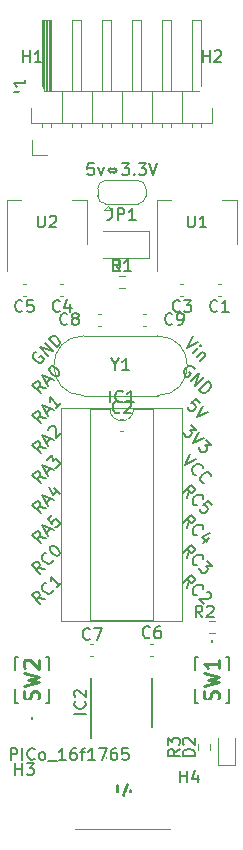
<source format=gto>
G04 #@! TF.GenerationSoftware,KiCad,Pcbnew,(5.1.9)-1*
G04 #@! TF.CreationDate,2023-06-14T07:45:37+09:00*
G04 #@! TF.ProjectId,PICo-16f1765,5049436f-2d31-4366-9631-3736352e6b69,rev?*
G04 #@! TF.SameCoordinates,Original*
G04 #@! TF.FileFunction,Legend,Top*
G04 #@! TF.FilePolarity,Positive*
%FSLAX46Y46*%
G04 Gerber Fmt 4.6, Leading zero omitted, Abs format (unit mm)*
G04 Created by KiCad (PCBNEW (5.1.9)-1) date 2023-06-14 07:45:37*
%MOMM*%
%LPD*%
G01*
G04 APERTURE LIST*
%ADD10C,0.150000*%
%ADD11C,0.120000*%
%ADD12C,0.200000*%
%ADD13C,0.100000*%
%ADD14C,0.254000*%
%ADD15C,2.200000*%
%ADD16O,1.600000X1.600000*%
%ADD17R,1.600000X1.600000*%
%ADD18C,1.500000*%
%ADD19R,1.500000X2.000000*%
%ADD20R,3.800000X2.000000*%
%ADD21R,1.600000X1.050000*%
%ADD22R,1.000000X1.500000*%
%ADD23R,0.400000X1.350000*%
%ADD24R,1.800000X1.900000*%
%ADD25R,2.100000X1.600000*%
%ADD26R,1.900000X1.900000*%
%ADD27O,1.700000X1.700000*%
%ADD28R,1.700000X1.700000*%
%ADD29R,0.510000X1.100000*%
G04 APERTURE END LIST*
D10*
X9974805Y-9267698D02*
X9941133Y-9166683D01*
X9840118Y-9065668D01*
X9705431Y-8998324D01*
X9570744Y-8998324D01*
X9469729Y-9031996D01*
X9301370Y-9133011D01*
X9200355Y-9234026D01*
X9099339Y-9402385D01*
X9065668Y-9503400D01*
X9065668Y-9638087D01*
X9133011Y-9772774D01*
X9200355Y-9840118D01*
X9335042Y-9907461D01*
X9402385Y-9907461D01*
X9638087Y-9671759D01*
X9503400Y-9537072D01*
X9638087Y-10277851D02*
X10345194Y-9570744D01*
X10042148Y-10681912D01*
X10749255Y-9974805D01*
X10378866Y-11018629D02*
X11085973Y-10311522D01*
X11254331Y-10479881D01*
X11321675Y-10614568D01*
X11321675Y-10749255D01*
X11288003Y-10850270D01*
X11186988Y-11018629D01*
X11085973Y-11119644D01*
X10917614Y-11220660D01*
X10816599Y-11254331D01*
X10681912Y-11254331D01*
X10547225Y-11186988D01*
X10378866Y-11018629D01*
X9823282Y-6508832D02*
X9351877Y-7451641D01*
X10294687Y-6980236D01*
X9823282Y-7923045D02*
X10294687Y-7451641D01*
X10530389Y-7215938D02*
X10463045Y-7215938D01*
X10463045Y-7283282D01*
X10530389Y-7283282D01*
X10530389Y-7215938D01*
X10463045Y-7283282D01*
X10631404Y-7788358D02*
X10160000Y-8259763D01*
X10564061Y-7855702D02*
X10631404Y-7855702D01*
X10732419Y-7889374D01*
X10833435Y-7990389D01*
X10867106Y-8091404D01*
X10833435Y-8192419D01*
X10463045Y-8562809D01*
X10412538Y-12178087D02*
X10075820Y-11841370D01*
X9705431Y-12144416D01*
X9772774Y-12144416D01*
X9873790Y-12178087D01*
X10042148Y-12346446D01*
X10075820Y-12447461D01*
X10075820Y-12514805D01*
X10042148Y-12615820D01*
X9873790Y-12784179D01*
X9772774Y-12817851D01*
X9705431Y-12817851D01*
X9604416Y-12784179D01*
X9436057Y-12615820D01*
X9402385Y-12514805D01*
X9402385Y-12447461D01*
X10648240Y-12413790D02*
X10176835Y-13356599D01*
X11119644Y-12885194D01*
X9671759Y-13977309D02*
X10109492Y-14415042D01*
X9604416Y-14448713D01*
X9705431Y-14549729D01*
X9739103Y-14650744D01*
X9739103Y-14718087D01*
X9705431Y-14819103D01*
X9537072Y-14987461D01*
X9436057Y-15021133D01*
X9368713Y-15021133D01*
X9267698Y-14987461D01*
X9065668Y-14785431D01*
X9031996Y-14684416D01*
X9031996Y-14617072D01*
X10311522Y-14617072D02*
X9840118Y-15559881D01*
X10782927Y-15088477D01*
X10951286Y-15256835D02*
X11389018Y-15694568D01*
X10883942Y-15728240D01*
X10984957Y-15829255D01*
X11018629Y-15930270D01*
X11018629Y-15997614D01*
X10984957Y-16098629D01*
X10816599Y-16266988D01*
X10715583Y-16300660D01*
X10648240Y-16300660D01*
X10547225Y-16266988D01*
X10345194Y-16064957D01*
X10311522Y-15963942D01*
X10311522Y-15896599D01*
X9604416Y-16449965D02*
X9133011Y-17392774D01*
X10075820Y-16921370D01*
X10075820Y-18200896D02*
X10008477Y-18200896D01*
X9873790Y-18133553D01*
X9806446Y-18066209D01*
X9739103Y-17931522D01*
X9739103Y-17796835D01*
X9772774Y-17695820D01*
X9873790Y-17527461D01*
X9974805Y-17426446D01*
X10143164Y-17325431D01*
X10244179Y-17291759D01*
X10378866Y-17291759D01*
X10513553Y-17359103D01*
X10580896Y-17426446D01*
X10648240Y-17561133D01*
X10648240Y-17628477D01*
X10782927Y-18908003D02*
X10715583Y-18908003D01*
X10580896Y-18840660D01*
X10513553Y-18773316D01*
X10446209Y-18638629D01*
X10446209Y-18503942D01*
X10479881Y-18402927D01*
X10580896Y-18234568D01*
X10681912Y-18133553D01*
X10850270Y-18032538D01*
X10951286Y-17998866D01*
X11085973Y-17998866D01*
X11220660Y-18066209D01*
X11288003Y-18133553D01*
X11355347Y-18268240D01*
X11355347Y-18335583D01*
X9368713Y-20168477D02*
X9469729Y-19596057D01*
X8964652Y-19764416D02*
X9671759Y-19057309D01*
X9941133Y-19326683D01*
X9974805Y-19427698D01*
X9974805Y-19495042D01*
X9941133Y-19596057D01*
X9840118Y-19697072D01*
X9739103Y-19730744D01*
X9671759Y-19730744D01*
X9570744Y-19697072D01*
X9301370Y-19427698D01*
X10143164Y-20808240D02*
X10075820Y-20808240D01*
X9941133Y-20740896D01*
X9873790Y-20673553D01*
X9806446Y-20538866D01*
X9806446Y-20404179D01*
X9840118Y-20303164D01*
X9941133Y-20134805D01*
X10042148Y-20033790D01*
X10210507Y-19932774D01*
X10311522Y-19899103D01*
X10446209Y-19899103D01*
X10580896Y-19966446D01*
X10648240Y-20033790D01*
X10715583Y-20168477D01*
X10715583Y-20235820D01*
X11422690Y-20808240D02*
X11085973Y-20471522D01*
X10715583Y-20774568D01*
X10782927Y-20774568D01*
X10883942Y-20808240D01*
X11052301Y-20976599D01*
X11085973Y-21077614D01*
X11085973Y-21144957D01*
X11052301Y-21245973D01*
X10883942Y-21414331D01*
X10782927Y-21448003D01*
X10715583Y-21448003D01*
X10614568Y-21414331D01*
X10446209Y-21245973D01*
X10412538Y-21144957D01*
X10412538Y-21077614D01*
X9368713Y-22708477D02*
X9469729Y-22136057D01*
X8964652Y-22304416D02*
X9671759Y-21597309D01*
X9941133Y-21866683D01*
X9974805Y-21967698D01*
X9974805Y-22035042D01*
X9941133Y-22136057D01*
X9840118Y-22237072D01*
X9739103Y-22270744D01*
X9671759Y-22270744D01*
X9570744Y-22237072D01*
X9301370Y-21967698D01*
X10143164Y-23348240D02*
X10075820Y-23348240D01*
X9941133Y-23280896D01*
X9873790Y-23213553D01*
X9806446Y-23078866D01*
X9806446Y-22944179D01*
X9840118Y-22843164D01*
X9941133Y-22674805D01*
X10042148Y-22573790D01*
X10210507Y-22472774D01*
X10311522Y-22439103D01*
X10446209Y-22439103D01*
X10580896Y-22506446D01*
X10648240Y-22573790D01*
X10715583Y-22708477D01*
X10715583Y-22775820D01*
X11153316Y-23550270D02*
X10681912Y-24021675D01*
X11254331Y-23112538D02*
X10580896Y-23449255D01*
X11018629Y-23886988D01*
X9368713Y-25248477D02*
X9469729Y-24676057D01*
X8964652Y-24844416D02*
X9671759Y-24137309D01*
X9941133Y-24406683D01*
X9974805Y-24507698D01*
X9974805Y-24575042D01*
X9941133Y-24676057D01*
X9840118Y-24777072D01*
X9739103Y-24810744D01*
X9671759Y-24810744D01*
X9570744Y-24777072D01*
X9301370Y-24507698D01*
X10143164Y-25888240D02*
X10075820Y-25888240D01*
X9941133Y-25820896D01*
X9873790Y-25753553D01*
X9806446Y-25618866D01*
X9806446Y-25484179D01*
X9840118Y-25383164D01*
X9941133Y-25214805D01*
X10042148Y-25113790D01*
X10210507Y-25012774D01*
X10311522Y-24979103D01*
X10446209Y-24979103D01*
X10580896Y-25046446D01*
X10648240Y-25113790D01*
X10715583Y-25248477D01*
X10715583Y-25315820D01*
X11018629Y-25484179D02*
X11456362Y-25921912D01*
X10951286Y-25955583D01*
X11052301Y-26056599D01*
X11085973Y-26157614D01*
X11085973Y-26224957D01*
X11052301Y-26325973D01*
X10883942Y-26494331D01*
X10782927Y-26528003D01*
X10715583Y-26528003D01*
X10614568Y-26494331D01*
X10412538Y-26292301D01*
X10378866Y-26191286D01*
X10378866Y-26123942D01*
X9368713Y-27788477D02*
X9469729Y-27216057D01*
X8964652Y-27384416D02*
X9671759Y-26677309D01*
X9941133Y-26946683D01*
X9974805Y-27047698D01*
X9974805Y-27115042D01*
X9941133Y-27216057D01*
X9840118Y-27317072D01*
X9739103Y-27350744D01*
X9671759Y-27350744D01*
X9570744Y-27317072D01*
X9301370Y-27047698D01*
X10143164Y-28428240D02*
X10075820Y-28428240D01*
X9941133Y-28360896D01*
X9873790Y-28293553D01*
X9806446Y-28158866D01*
X9806446Y-28024179D01*
X9840118Y-27923164D01*
X9941133Y-27754805D01*
X10042148Y-27653790D01*
X10210507Y-27552774D01*
X10311522Y-27519103D01*
X10446209Y-27519103D01*
X10580896Y-27586446D01*
X10648240Y-27653790D01*
X10715583Y-27788477D01*
X10715583Y-27855820D01*
X10984957Y-28125194D02*
X11052301Y-28125194D01*
X11153316Y-28158866D01*
X11321675Y-28327225D01*
X11355347Y-28428240D01*
X11355347Y-28495583D01*
X11321675Y-28596599D01*
X11254331Y-28663942D01*
X11119644Y-28731286D01*
X10311522Y-28731286D01*
X10749255Y-29169018D01*
X-2641015Y-21060778D02*
X-3213435Y-20959763D01*
X-3045076Y-21464839D02*
X-3752183Y-20757732D01*
X-3482809Y-20488358D01*
X-3381793Y-20454687D01*
X-3314450Y-20454687D01*
X-3213435Y-20488358D01*
X-3112419Y-20589374D01*
X-3078748Y-20690389D01*
X-3078748Y-20757732D01*
X-3112419Y-20858748D01*
X-3381793Y-21128122D01*
X-2573671Y-20589374D02*
X-2236954Y-20252656D01*
X-2438984Y-20858748D02*
X-2910389Y-19915938D01*
X-1967580Y-20387343D01*
X-1900236Y-19377190D02*
X-1428832Y-19848595D01*
X-2337969Y-19276175D02*
X-2001251Y-19949610D01*
X-1563519Y-19511877D01*
X-2641015Y-18520778D02*
X-3213435Y-18419763D01*
X-3045076Y-18924839D02*
X-3752183Y-18217732D01*
X-3482809Y-17948358D01*
X-3381793Y-17914687D01*
X-3314450Y-17914687D01*
X-3213435Y-17948358D01*
X-3112419Y-18049374D01*
X-3078748Y-18150389D01*
X-3078748Y-18217732D01*
X-3112419Y-18318748D01*
X-3381793Y-18588122D01*
X-2573671Y-18049374D02*
X-2236954Y-17712656D01*
X-2438984Y-18318748D02*
X-2910389Y-17375938D01*
X-1967580Y-17847343D01*
X-2506328Y-16971877D02*
X-2068595Y-16534145D01*
X-2034923Y-17039221D01*
X-1933908Y-16938206D01*
X-1832893Y-16904534D01*
X-1765549Y-16904534D01*
X-1664534Y-16938206D01*
X-1496175Y-17106564D01*
X-1462503Y-17207580D01*
X-1462503Y-17274923D01*
X-1496175Y-17375938D01*
X-1698206Y-17577969D01*
X-1799221Y-17611641D01*
X-1866564Y-17611641D01*
X-2641015Y-15980778D02*
X-3213435Y-15879763D01*
X-3045076Y-16384839D02*
X-3752183Y-15677732D01*
X-3482809Y-15408358D01*
X-3381793Y-15374687D01*
X-3314450Y-15374687D01*
X-3213435Y-15408358D01*
X-3112419Y-15509374D01*
X-3078748Y-15610389D01*
X-3078748Y-15677732D01*
X-3112419Y-15778748D01*
X-3381793Y-16048122D01*
X-2573671Y-15509374D02*
X-2236954Y-15172656D01*
X-2438984Y-15778748D02*
X-2910389Y-14835938D01*
X-1967580Y-15307343D01*
X-2405312Y-14465549D02*
X-2405312Y-14398206D01*
X-2371641Y-14297190D01*
X-2203282Y-14128832D01*
X-2102267Y-14095160D01*
X-2034923Y-14095160D01*
X-1933908Y-14128832D01*
X-1866564Y-14196175D01*
X-1799221Y-14330862D01*
X-1799221Y-15138984D01*
X-1361488Y-14701251D01*
X-2641015Y-13440778D02*
X-3213435Y-13339763D01*
X-3045076Y-13844839D02*
X-3752183Y-13137732D01*
X-3482809Y-12868358D01*
X-3381793Y-12834687D01*
X-3314450Y-12834687D01*
X-3213435Y-12868358D01*
X-3112419Y-12969374D01*
X-3078748Y-13070389D01*
X-3078748Y-13137732D01*
X-3112419Y-13238748D01*
X-3381793Y-13508122D01*
X-2573671Y-12969374D02*
X-2236954Y-12632656D01*
X-2438984Y-13238748D02*
X-2910389Y-12295938D01*
X-1967580Y-12767343D01*
X-1361488Y-12161251D02*
X-1765549Y-12565312D01*
X-1563519Y-12363282D02*
X-2270625Y-11656175D01*
X-2236954Y-11824534D01*
X-2236954Y-11959221D01*
X-2270625Y-12060236D01*
X-2691522Y-28731286D02*
X-3263942Y-28630270D01*
X-3095583Y-29135347D02*
X-3802690Y-28428240D01*
X-3533316Y-28158866D01*
X-3432301Y-28125194D01*
X-3364957Y-28125194D01*
X-3263942Y-28158866D01*
X-3162927Y-28259881D01*
X-3129255Y-28360896D01*
X-3129255Y-28428240D01*
X-3162927Y-28529255D01*
X-3432301Y-28798629D01*
X-2051759Y-27956835D02*
X-2051759Y-28024179D01*
X-2119103Y-28158866D01*
X-2186446Y-28226209D01*
X-2321133Y-28293553D01*
X-2455820Y-28293553D01*
X-2556835Y-28259881D01*
X-2725194Y-28158866D01*
X-2826209Y-28057851D01*
X-2927225Y-27889492D01*
X-2960896Y-27788477D01*
X-2960896Y-27653790D01*
X-2893553Y-27519103D01*
X-2826209Y-27451759D01*
X-2691522Y-27384416D01*
X-2624179Y-27384416D01*
X-1310981Y-27350744D02*
X-1715042Y-27754805D01*
X-1513011Y-27552774D02*
X-2220118Y-26845668D01*
X-2186446Y-27014026D01*
X-2186446Y-27148713D01*
X-2220118Y-27249729D01*
X-2691522Y-26191286D02*
X-3263942Y-26090270D01*
X-3095583Y-26595347D02*
X-3802690Y-25888240D01*
X-3533316Y-25618866D01*
X-3432301Y-25585194D01*
X-3364957Y-25585194D01*
X-3263942Y-25618866D01*
X-3162927Y-25719881D01*
X-3129255Y-25820896D01*
X-3129255Y-25888240D01*
X-3162927Y-25989255D01*
X-3432301Y-26258629D01*
X-2051759Y-25416835D02*
X-2051759Y-25484179D01*
X-2119103Y-25618866D01*
X-2186446Y-25686209D01*
X-2321133Y-25753553D01*
X-2455820Y-25753553D01*
X-2556835Y-25719881D01*
X-2725194Y-25618866D01*
X-2826209Y-25517851D01*
X-2927225Y-25349492D01*
X-2960896Y-25248477D01*
X-2960896Y-25113790D01*
X-2893553Y-24979103D01*
X-2826209Y-24911759D01*
X-2691522Y-24844416D01*
X-2624179Y-24844416D01*
X-2253790Y-24339339D02*
X-2186446Y-24271996D01*
X-2085431Y-24238324D01*
X-2018087Y-24238324D01*
X-1917072Y-24271996D01*
X-1748713Y-24373011D01*
X-1580355Y-24541370D01*
X-1479339Y-24709729D01*
X-1445668Y-24810744D01*
X-1445668Y-24878087D01*
X-1479339Y-24979103D01*
X-1546683Y-25046446D01*
X-1647698Y-25080118D01*
X-1715042Y-25080118D01*
X-1816057Y-25046446D01*
X-1984416Y-24945431D01*
X-2152774Y-24777072D01*
X-2253790Y-24608713D01*
X-2287461Y-24507698D01*
X-2287461Y-24440355D01*
X-2253790Y-24339339D01*
X-2641015Y-23600778D02*
X-3213435Y-23499763D01*
X-3045076Y-24004839D02*
X-3752183Y-23297732D01*
X-3482809Y-23028358D01*
X-3381793Y-22994687D01*
X-3314450Y-22994687D01*
X-3213435Y-23028358D01*
X-3112419Y-23129374D01*
X-3078748Y-23230389D01*
X-3078748Y-23297732D01*
X-3112419Y-23398748D01*
X-3381793Y-23668122D01*
X-2573671Y-23129374D02*
X-2236954Y-22792656D01*
X-2438984Y-23398748D02*
X-2910389Y-22455938D01*
X-1967580Y-22927343D01*
X-2102267Y-21647816D02*
X-2438984Y-21984534D01*
X-2135938Y-22354923D01*
X-2135938Y-22287580D01*
X-2102267Y-22186564D01*
X-1933908Y-22018206D01*
X-1832893Y-21984534D01*
X-1765549Y-21984534D01*
X-1664534Y-22018206D01*
X-1496175Y-22186564D01*
X-1462503Y-22287580D01*
X-1462503Y-22354923D01*
X-1496175Y-22455938D01*
X-1664534Y-22624297D01*
X-1765549Y-22657969D01*
X-1832893Y-22657969D01*
X-2641015Y-10900778D02*
X-3213435Y-10799763D01*
X-3045076Y-11304839D02*
X-3752183Y-10597732D01*
X-3482809Y-10328358D01*
X-3381793Y-10294687D01*
X-3314450Y-10294687D01*
X-3213435Y-10328358D01*
X-3112419Y-10429374D01*
X-3078748Y-10530389D01*
X-3078748Y-10597732D01*
X-3112419Y-10698748D01*
X-3381793Y-10968122D01*
X-2573671Y-10429374D02*
X-2236954Y-10092656D01*
X-2438984Y-10698748D02*
X-2910389Y-9755938D01*
X-1967580Y-10227343D01*
X-2304297Y-9149847D02*
X-2236954Y-9082503D01*
X-2135938Y-9048832D01*
X-2068595Y-9048832D01*
X-1967580Y-9082503D01*
X-1799221Y-9183519D01*
X-1630862Y-9351877D01*
X-1529847Y-9520236D01*
X-1496175Y-9621251D01*
X-1496175Y-9688595D01*
X-1529847Y-9789610D01*
X-1597190Y-9856954D01*
X-1698206Y-9890625D01*
X-1765549Y-9890625D01*
X-1866564Y-9856954D01*
X-2034923Y-9755938D01*
X-2203282Y-9587580D01*
X-2304297Y-9419221D01*
X-2337969Y-9318206D01*
X-2337969Y-9250862D01*
X-2304297Y-9149847D01*
X-3432301Y-7805194D02*
X-3533316Y-7838866D01*
X-3634331Y-7939881D01*
X-3701675Y-8074568D01*
X-3701675Y-8209255D01*
X-3668003Y-8310270D01*
X-3566988Y-8478629D01*
X-3465973Y-8579644D01*
X-3297614Y-8680660D01*
X-3196599Y-8714331D01*
X-3061912Y-8714331D01*
X-2927225Y-8646988D01*
X-2859881Y-8579644D01*
X-2792538Y-8444957D01*
X-2792538Y-8377614D01*
X-3028240Y-8141912D01*
X-3162927Y-8276599D01*
X-2422148Y-8141912D02*
X-3129255Y-7434805D01*
X-2018087Y-7737851D01*
X-2725194Y-7030744D01*
X-1681370Y-7401133D02*
X-2388477Y-6694026D01*
X-2220118Y-6525668D01*
X-2085431Y-6458324D01*
X-1950744Y-6458324D01*
X-1849729Y-6491996D01*
X-1681370Y-6593011D01*
X-1580355Y-6694026D01*
X-1479339Y-6862385D01*
X-1445668Y-6963400D01*
X-1445668Y-7098087D01*
X-1513011Y-7232774D01*
X-1681370Y-7401133D01*
X-5611190Y-42362380D02*
X-5611190Y-41362380D01*
X-5230238Y-41362380D01*
X-5135000Y-41410000D01*
X-5087380Y-41457619D01*
X-5039761Y-41552857D01*
X-5039761Y-41695714D01*
X-5087380Y-41790952D01*
X-5135000Y-41838571D01*
X-5230238Y-41886190D01*
X-5611190Y-41886190D01*
X-4611190Y-42362380D02*
X-4611190Y-41362380D01*
X-3563571Y-42267142D02*
X-3611190Y-42314761D01*
X-3754047Y-42362380D01*
X-3849285Y-42362380D01*
X-3992142Y-42314761D01*
X-4087380Y-42219523D01*
X-4135000Y-42124285D01*
X-4182619Y-41933809D01*
X-4182619Y-41790952D01*
X-4135000Y-41600476D01*
X-4087380Y-41505238D01*
X-3992142Y-41410000D01*
X-3849285Y-41362380D01*
X-3754047Y-41362380D01*
X-3611190Y-41410000D01*
X-3563571Y-41457619D01*
X-2992142Y-42362380D02*
X-3087380Y-42314761D01*
X-3135000Y-42267142D01*
X-3182619Y-42171904D01*
X-3182619Y-41886190D01*
X-3135000Y-41790952D01*
X-3087380Y-41743333D01*
X-2992142Y-41695714D01*
X-2849285Y-41695714D01*
X-2754047Y-41743333D01*
X-2706428Y-41790952D01*
X-2658809Y-41886190D01*
X-2658809Y-42171904D01*
X-2706428Y-42267142D01*
X-2754047Y-42314761D01*
X-2849285Y-42362380D01*
X-2992142Y-42362380D01*
X-2468333Y-42457619D02*
X-1706428Y-42457619D01*
X-944523Y-42362380D02*
X-1515952Y-42362380D01*
X-1230238Y-42362380D02*
X-1230238Y-41362380D01*
X-1325476Y-41505238D01*
X-1420714Y-41600476D01*
X-1515952Y-41648095D01*
X-87380Y-41362380D02*
X-277857Y-41362380D01*
X-373095Y-41410000D01*
X-420714Y-41457619D01*
X-515952Y-41600476D01*
X-563571Y-41790952D01*
X-563571Y-42171904D01*
X-515952Y-42267142D01*
X-468333Y-42314761D01*
X-373095Y-42362380D01*
X-182619Y-42362380D01*
X-87380Y-42314761D01*
X-39761Y-42267142D01*
X7857Y-42171904D01*
X7857Y-41933809D01*
X-39761Y-41838571D01*
X-87380Y-41790952D01*
X-182619Y-41743333D01*
X-373095Y-41743333D01*
X-468333Y-41790952D01*
X-515952Y-41838571D01*
X-563571Y-41933809D01*
X293571Y-41695714D02*
X674523Y-41695714D01*
X436428Y-42362380D02*
X436428Y-41505238D01*
X484047Y-41410000D01*
X579285Y-41362380D01*
X674523Y-41362380D01*
X1531666Y-42362380D02*
X960238Y-42362380D01*
X1245952Y-42362380D02*
X1245952Y-41362380D01*
X1150714Y-41505238D01*
X1055476Y-41600476D01*
X960238Y-41648095D01*
X1865000Y-41362380D02*
X2531666Y-41362380D01*
X2103095Y-42362380D01*
X3341190Y-41362380D02*
X3150714Y-41362380D01*
X3055476Y-41410000D01*
X3007857Y-41457619D01*
X2912619Y-41600476D01*
X2865000Y-41790952D01*
X2865000Y-42171904D01*
X2912619Y-42267142D01*
X2960238Y-42314761D01*
X3055476Y-42362380D01*
X3245952Y-42362380D01*
X3341190Y-42314761D01*
X3388809Y-42267142D01*
X3436428Y-42171904D01*
X3436428Y-41933809D01*
X3388809Y-41838571D01*
X3341190Y-41790952D01*
X3245952Y-41743333D01*
X3055476Y-41743333D01*
X2960238Y-41790952D01*
X2912619Y-41838571D01*
X2865000Y-41933809D01*
X4341190Y-41362380D02*
X3865000Y-41362380D01*
X3817380Y-41838571D01*
X3865000Y-41790952D01*
X3960238Y-41743333D01*
X4198333Y-41743333D01*
X4293571Y-41790952D01*
X4341190Y-41838571D01*
X4388809Y-41933809D01*
X4388809Y-42171904D01*
X4341190Y-42267142D01*
X4293571Y-42314761D01*
X4198333Y-42362380D01*
X3960238Y-42362380D01*
X3865000Y-42314761D01*
X3817380Y-42267142D01*
X1429047Y8167619D02*
X952857Y8167619D01*
X905238Y7691428D01*
X952857Y7739047D01*
X1048095Y7786666D01*
X1286190Y7786666D01*
X1381428Y7739047D01*
X1429047Y7691428D01*
X1476666Y7596190D01*
X1476666Y7358095D01*
X1429047Y7262857D01*
X1381428Y7215238D01*
X1286190Y7167619D01*
X1048095Y7167619D01*
X952857Y7215238D01*
X905238Y7262857D01*
X1810000Y7834285D02*
X2048095Y7167619D01*
X2286190Y7834285D01*
X2810000Y7405714D02*
X3286190Y7405714D01*
X2810000Y7691428D02*
X3286190Y7691428D01*
X2905238Y7310476D02*
X2667142Y7548571D01*
X2905238Y7786666D01*
X3190952Y7786666D02*
X3429047Y7548571D01*
X3190952Y7310476D01*
X3810000Y8167619D02*
X4429047Y8167619D01*
X4095714Y7786666D01*
X4238571Y7786666D01*
X4333809Y7739047D01*
X4381428Y7691428D01*
X4429047Y7596190D01*
X4429047Y7358095D01*
X4381428Y7262857D01*
X4333809Y7215238D01*
X4238571Y7167619D01*
X3952857Y7167619D01*
X3857619Y7215238D01*
X3810000Y7262857D01*
X4857619Y7262857D02*
X4905238Y7215238D01*
X4857619Y7167619D01*
X4810000Y7215238D01*
X4857619Y7262857D01*
X4857619Y7167619D01*
X5238571Y8167619D02*
X5857619Y8167619D01*
X5524285Y7786666D01*
X5667142Y7786666D01*
X5762380Y7739047D01*
X5810000Y7691428D01*
X5857619Y7596190D01*
X5857619Y7358095D01*
X5810000Y7262857D01*
X5762380Y7215238D01*
X5667142Y7167619D01*
X5381428Y7167619D01*
X5286190Y7215238D01*
X5238571Y7262857D01*
X6143333Y8167619D02*
X6476666Y7167619D01*
X6810000Y8167619D01*
D11*
X1410580Y-32510000D02*
X1129420Y-32510000D01*
X1410580Y-33530000D02*
X1129420Y-33530000D01*
X6209420Y-33530000D02*
X6490580Y-33530000D01*
X6209420Y-32510000D02*
X6490580Y-32510000D01*
X-4304420Y-2030000D02*
X-4585580Y-2030000D01*
X-4304420Y-3050000D02*
X-4585580Y-3050000D01*
X-1129420Y-2030000D02*
X-1410580Y-2030000D01*
X-1129420Y-3050000D02*
X-1410580Y-3050000D01*
X9030580Y-2030000D02*
X8749420Y-2030000D01*
X9030580Y-3050000D02*
X8749420Y-3050000D01*
X3669420Y-14480000D02*
X3950580Y-14480000D01*
X3669420Y-13460000D02*
X3950580Y-13460000D01*
X12205580Y-2030000D02*
X11924420Y-2030000D01*
X12205580Y-3050000D02*
X11924420Y-3050000D01*
X11317500Y-41512258D02*
X11317500Y-41037742D01*
X10272500Y-41512258D02*
X10272500Y-41037742D01*
X11667258Y-30592500D02*
X11192742Y-30592500D01*
X11667258Y-31637500D02*
X11192742Y-31637500D01*
X3572742Y-2427500D02*
X4047258Y-2427500D01*
X3572742Y-1382500D02*
X4047258Y-1382500D01*
X2810000Y-12640000D02*
X1160000Y-12640000D01*
X1160000Y-12640000D02*
X1160000Y-30540000D01*
X1160000Y-30540000D02*
X6460000Y-30540000D01*
X6460000Y-30540000D02*
X6460000Y-12640000D01*
X6460000Y-12640000D02*
X4810000Y-12640000D01*
X-1330000Y-12580000D02*
X-1330000Y-30600000D01*
X-1330000Y-30600000D02*
X8950000Y-30600000D01*
X8950000Y-30600000D02*
X8950000Y-12580000D01*
X8950000Y-12580000D02*
X-1330000Y-12580000D01*
X4810000Y-12640000D02*
G75*
G02*
X2810000Y-12640000I-1000000J0D01*
G01*
X585000Y-6455000D02*
X6835000Y-6455000D01*
X585000Y-11505000D02*
X6835000Y-11505000D01*
X6835000Y-11505000D02*
G75*
G03*
X6835000Y-6455000I0J2525000D01*
G01*
X585000Y-11505000D02*
G75*
G02*
X585000Y-6455000I0J2525000D01*
G01*
X870000Y5085000D02*
X-390000Y5085000D01*
X-5950000Y5085000D02*
X-4690000Y5085000D01*
X870000Y1325000D02*
X870000Y5085000D01*
X-5950000Y-925000D02*
X-5950000Y5085000D01*
X13570000Y5085000D02*
X12310000Y5085000D01*
X6750000Y5085000D02*
X8010000Y5085000D01*
X13570000Y1325000D02*
X13570000Y5085000D01*
X6750000Y-925000D02*
X6750000Y5085000D01*
D12*
X-5010000Y-37510000D02*
X-5260000Y-37510000D01*
X-5260000Y-37510000D02*
X-5260000Y-36360000D01*
X-5260000Y-34760000D02*
X-5260000Y-33610000D01*
X-5260000Y-33610000D02*
X-5010000Y-33610000D01*
X-2610000Y-33610000D02*
X-2360000Y-33610000D01*
X-2360000Y-33610000D02*
X-2360000Y-34760000D01*
X-2610000Y-37510000D02*
X-2360000Y-37510000D01*
X-2360000Y-37510000D02*
X-2360000Y-36360000D01*
X-3810000Y-38860000D02*
X-3810000Y-38860000D01*
X-3810000Y-38760000D02*
X-3810000Y-38760000D01*
X-3810000Y-38860000D02*
X-3810000Y-38860000D01*
X-3810000Y-38760000D02*
G75*
G02*
X-3810000Y-38860000I0J-50000D01*
G01*
X-3810000Y-38860000D02*
G75*
G02*
X-3810000Y-38760000I0J50000D01*
G01*
X-3810000Y-38760000D02*
G75*
G02*
X-3810000Y-38860000I0J-50000D01*
G01*
X12630000Y-33610000D02*
X12880000Y-33610000D01*
X12880000Y-33610000D02*
X12880000Y-34760000D01*
X12880000Y-36360000D02*
X12880000Y-37510000D01*
X12880000Y-37510000D02*
X12630000Y-37510000D01*
X10230000Y-37510000D02*
X9980000Y-37510000D01*
X9980000Y-37510000D02*
X9980000Y-36360000D01*
X10230000Y-33610000D02*
X9980000Y-33610000D01*
X9980000Y-33610000D02*
X9980000Y-34760000D01*
X11430000Y-32260000D02*
X11430000Y-32260000D01*
X11430000Y-32360000D02*
X11430000Y-32360000D01*
X11430000Y-32260000D02*
X11430000Y-32260000D01*
X11430000Y-32360000D02*
G75*
G02*
X11430000Y-32260000I0J50000D01*
G01*
X11430000Y-32260000D02*
G75*
G02*
X11430000Y-32360000I0J-50000D01*
G01*
X11430000Y-32360000D02*
G75*
G02*
X11430000Y-32260000I0J50000D01*
G01*
D11*
X2610000Y4515000D02*
X2910000Y4215000D01*
X2310000Y4215000D02*
X2910000Y4215000D01*
X2610000Y4515000D02*
X2310000Y4215000D01*
X1760000Y5415000D02*
X1760000Y6015000D01*
X5210000Y4715000D02*
X2410000Y4715000D01*
X5860000Y6015000D02*
X5860000Y5415000D01*
X2410000Y6715000D02*
X5210000Y6715000D01*
X1760000Y6015000D02*
G75*
G02*
X2460000Y6715000I700000J0D01*
G01*
X2460000Y4715000D02*
G75*
G02*
X1760000Y5415000I0J700000D01*
G01*
X5860000Y5415000D02*
G75*
G02*
X5160000Y4715000I-700000J0D01*
G01*
X5160000Y6715000D02*
G75*
G02*
X5860000Y6015000I0J-700000D01*
G01*
D13*
X2510000Y-42220000D02*
X2510000Y-42220000D01*
X2510000Y-42120000D02*
X2510000Y-42120000D01*
X-190000Y-48220000D02*
X7860000Y-48220000D01*
X2510000Y-42120000D02*
G75*
G02*
X2510000Y-42220000I0J-50000D01*
G01*
X2510000Y-42220000D02*
G75*
G02*
X2510000Y-42120000I0J50000D01*
G01*
D11*
X-3870000Y11600000D02*
X11490000Y11600000D01*
X11490000Y11600000D02*
X11490000Y14260000D01*
X11490000Y14260000D02*
X-3870000Y14260000D01*
X-3870000Y14260000D02*
X-3870000Y11600000D01*
X-2920000Y14260000D02*
X-2920000Y20260000D01*
X-2920000Y20260000D02*
X-2160000Y20260000D01*
X-2160000Y20260000D02*
X-2160000Y14260000D01*
X-2860000Y14260000D02*
X-2860000Y20260000D01*
X-2740000Y14260000D02*
X-2740000Y20260000D01*
X-2620000Y14260000D02*
X-2620000Y20260000D01*
X-2500000Y14260000D02*
X-2500000Y20260000D01*
X-2380000Y14260000D02*
X-2380000Y20260000D01*
X-2260000Y14260000D02*
X-2260000Y20260000D01*
X-2920000Y11270000D02*
X-2920000Y11600000D01*
X-2160000Y11270000D02*
X-2160000Y11600000D01*
X-1270000Y11600000D02*
X-1270000Y14260000D01*
X-380000Y14260000D02*
X-380000Y20260000D01*
X-380000Y20260000D02*
X380000Y20260000D01*
X380000Y20260000D02*
X380000Y14260000D01*
X-380000Y11202929D02*
X-380000Y11600000D01*
X380000Y11202929D02*
X380000Y11600000D01*
X1270000Y11600000D02*
X1270000Y14260000D01*
X2160000Y14260000D02*
X2160000Y20260000D01*
X2160000Y20260000D02*
X2920000Y20260000D01*
X2920000Y20260000D02*
X2920000Y14260000D01*
X2160000Y11202929D02*
X2160000Y11600000D01*
X2920000Y11202929D02*
X2920000Y11600000D01*
X3810000Y11600000D02*
X3810000Y14260000D01*
X4700000Y14260000D02*
X4700000Y20260000D01*
X4700000Y20260000D02*
X5460000Y20260000D01*
X5460000Y20260000D02*
X5460000Y14260000D01*
X4700000Y11202929D02*
X4700000Y11600000D01*
X5460000Y11202929D02*
X5460000Y11600000D01*
X6350000Y11600000D02*
X6350000Y14260000D01*
X7240000Y14260000D02*
X7240000Y20260000D01*
X7240000Y20260000D02*
X8000000Y20260000D01*
X8000000Y20260000D02*
X8000000Y14260000D01*
X7240000Y11202929D02*
X7240000Y11600000D01*
X8000000Y11202929D02*
X8000000Y11600000D01*
X8890000Y11600000D02*
X8890000Y14260000D01*
X9780000Y14260000D02*
X9780000Y20260000D01*
X9780000Y20260000D02*
X10540000Y20260000D01*
X10540000Y20260000D02*
X10540000Y14260000D01*
X9780000Y11202929D02*
X9780000Y11600000D01*
X10540000Y11202929D02*
X10540000Y11600000D01*
X-2540000Y8890000D02*
X-3810000Y8890000D01*
X-3810000Y8890000D02*
X-3810000Y10160000D01*
D10*
X1240000Y-40465000D02*
X1240000Y-35395000D01*
X6380000Y-39535000D02*
X6380000Y-35395000D01*
D11*
X11965000Y-40475000D02*
X11965000Y-42760000D01*
X11965000Y-42760000D02*
X13435000Y-42760000D01*
X13435000Y-42760000D02*
X13435000Y-40475000D01*
X2210000Y135000D02*
X6095000Y135000D01*
X6095000Y135000D02*
X6095000Y2405000D01*
X6095000Y2405000D02*
X2210000Y2405000D01*
X5855580Y-5590000D02*
X5574420Y-5590000D01*
X5855580Y-4570000D02*
X5574420Y-4570000D01*
X1764420Y-4570000D02*
X2045580Y-4570000D01*
X1764420Y-5590000D02*
X2045580Y-5590000D01*
D10*
X8763095Y-44267380D02*
X8763095Y-43267380D01*
X8763095Y-43743571D02*
X9334523Y-43743571D01*
X9334523Y-44267380D02*
X9334523Y-43267380D01*
X10239285Y-43600714D02*
X10239285Y-44267380D01*
X10001190Y-43219761D02*
X9763095Y-43934047D01*
X10382142Y-43934047D01*
X-5206904Y-43632380D02*
X-5206904Y-42632380D01*
X-5206904Y-43108571D02*
X-4635476Y-43108571D01*
X-4635476Y-43632380D02*
X-4635476Y-42632380D01*
X-4254523Y-42632380D02*
X-3635476Y-42632380D01*
X-3968809Y-43013333D01*
X-3825952Y-43013333D01*
X-3730714Y-43060952D01*
X-3683095Y-43108571D01*
X-3635476Y-43203809D01*
X-3635476Y-43441904D01*
X-3683095Y-43537142D01*
X-3730714Y-43584761D01*
X-3825952Y-43632380D01*
X-4111666Y-43632380D01*
X-4206904Y-43584761D01*
X-4254523Y-43537142D01*
X10668095Y16717619D02*
X10668095Y17717619D01*
X10668095Y17241428D02*
X11239523Y17241428D01*
X11239523Y16717619D02*
X11239523Y17717619D01*
X11668095Y17622380D02*
X11715714Y17670000D01*
X11810952Y17717619D01*
X12049047Y17717619D01*
X12144285Y17670000D01*
X12191904Y17622380D01*
X12239523Y17527142D01*
X12239523Y17431904D01*
X12191904Y17289047D01*
X11620476Y16717619D01*
X12239523Y16717619D01*
X-4571904Y16717619D02*
X-4571904Y17717619D01*
X-4571904Y17241428D02*
X-4000476Y17241428D01*
X-4000476Y16717619D02*
X-4000476Y17717619D01*
X-3000476Y16717619D02*
X-3571904Y16717619D01*
X-3286190Y16717619D02*
X-3286190Y17717619D01*
X-3381428Y17574761D01*
X-3476666Y17479523D01*
X-3571904Y17431904D01*
X1103333Y-32107142D02*
X1055714Y-32154761D01*
X912857Y-32202380D01*
X817619Y-32202380D01*
X674761Y-32154761D01*
X579523Y-32059523D01*
X531904Y-31964285D01*
X484285Y-31773809D01*
X484285Y-31630952D01*
X531904Y-31440476D01*
X579523Y-31345238D01*
X674761Y-31250000D01*
X817619Y-31202380D01*
X912857Y-31202380D01*
X1055714Y-31250000D01*
X1103333Y-31297619D01*
X1436666Y-31202380D02*
X2103333Y-31202380D01*
X1674761Y-32202380D01*
X6183333Y-31947142D02*
X6135714Y-31994761D01*
X5992857Y-32042380D01*
X5897619Y-32042380D01*
X5754761Y-31994761D01*
X5659523Y-31899523D01*
X5611904Y-31804285D01*
X5564285Y-31613809D01*
X5564285Y-31470952D01*
X5611904Y-31280476D01*
X5659523Y-31185238D01*
X5754761Y-31090000D01*
X5897619Y-31042380D01*
X5992857Y-31042380D01*
X6135714Y-31090000D01*
X6183333Y-31137619D01*
X7040476Y-31042380D02*
X6850000Y-31042380D01*
X6754761Y-31090000D01*
X6707142Y-31137619D01*
X6611904Y-31280476D01*
X6564285Y-31470952D01*
X6564285Y-31851904D01*
X6611904Y-31947142D01*
X6659523Y-31994761D01*
X6754761Y-32042380D01*
X6945238Y-32042380D01*
X7040476Y-31994761D01*
X7088095Y-31947142D01*
X7135714Y-31851904D01*
X7135714Y-31613809D01*
X7088095Y-31518571D01*
X7040476Y-31470952D01*
X6945238Y-31423333D01*
X6754761Y-31423333D01*
X6659523Y-31470952D01*
X6611904Y-31518571D01*
X6564285Y-31613809D01*
X-4611666Y-4327142D02*
X-4659285Y-4374761D01*
X-4802142Y-4422380D01*
X-4897380Y-4422380D01*
X-5040238Y-4374761D01*
X-5135476Y-4279523D01*
X-5183095Y-4184285D01*
X-5230714Y-3993809D01*
X-5230714Y-3850952D01*
X-5183095Y-3660476D01*
X-5135476Y-3565238D01*
X-5040238Y-3470000D01*
X-4897380Y-3422380D01*
X-4802142Y-3422380D01*
X-4659285Y-3470000D01*
X-4611666Y-3517619D01*
X-3706904Y-3422380D02*
X-4183095Y-3422380D01*
X-4230714Y-3898571D01*
X-4183095Y-3850952D01*
X-4087857Y-3803333D01*
X-3849761Y-3803333D01*
X-3754523Y-3850952D01*
X-3706904Y-3898571D01*
X-3659285Y-3993809D01*
X-3659285Y-4231904D01*
X-3706904Y-4327142D01*
X-3754523Y-4374761D01*
X-3849761Y-4422380D01*
X-4087857Y-4422380D01*
X-4183095Y-4374761D01*
X-4230714Y-4327142D01*
X-1436666Y-4327142D02*
X-1484285Y-4374761D01*
X-1627142Y-4422380D01*
X-1722380Y-4422380D01*
X-1865238Y-4374761D01*
X-1960476Y-4279523D01*
X-2008095Y-4184285D01*
X-2055714Y-3993809D01*
X-2055714Y-3850952D01*
X-2008095Y-3660476D01*
X-1960476Y-3565238D01*
X-1865238Y-3470000D01*
X-1722380Y-3422380D01*
X-1627142Y-3422380D01*
X-1484285Y-3470000D01*
X-1436666Y-3517619D01*
X-579523Y-3755714D02*
X-579523Y-4422380D01*
X-817619Y-3374761D02*
X-1055714Y-4089047D01*
X-436666Y-4089047D01*
X8723333Y-4327142D02*
X8675714Y-4374761D01*
X8532857Y-4422380D01*
X8437619Y-4422380D01*
X8294761Y-4374761D01*
X8199523Y-4279523D01*
X8151904Y-4184285D01*
X8104285Y-3993809D01*
X8104285Y-3850952D01*
X8151904Y-3660476D01*
X8199523Y-3565238D01*
X8294761Y-3470000D01*
X8437619Y-3422380D01*
X8532857Y-3422380D01*
X8675714Y-3470000D01*
X8723333Y-3517619D01*
X9056666Y-3422380D02*
X9675714Y-3422380D01*
X9342380Y-3803333D01*
X9485238Y-3803333D01*
X9580476Y-3850952D01*
X9628095Y-3898571D01*
X9675714Y-3993809D01*
X9675714Y-4231904D01*
X9628095Y-4327142D01*
X9580476Y-4374761D01*
X9485238Y-4422380D01*
X9199523Y-4422380D01*
X9104285Y-4374761D01*
X9056666Y-4327142D01*
X3643333Y-12897142D02*
X3595714Y-12944761D01*
X3452857Y-12992380D01*
X3357619Y-12992380D01*
X3214761Y-12944761D01*
X3119523Y-12849523D01*
X3071904Y-12754285D01*
X3024285Y-12563809D01*
X3024285Y-12420952D01*
X3071904Y-12230476D01*
X3119523Y-12135238D01*
X3214761Y-12040000D01*
X3357619Y-11992380D01*
X3452857Y-11992380D01*
X3595714Y-12040000D01*
X3643333Y-12087619D01*
X4024285Y-12087619D02*
X4071904Y-12040000D01*
X4167142Y-11992380D01*
X4405238Y-11992380D01*
X4500476Y-12040000D01*
X4548095Y-12087619D01*
X4595714Y-12182857D01*
X4595714Y-12278095D01*
X4548095Y-12420952D01*
X3976666Y-12992380D01*
X4595714Y-12992380D01*
X11898333Y-4327142D02*
X11850714Y-4374761D01*
X11707857Y-4422380D01*
X11612619Y-4422380D01*
X11469761Y-4374761D01*
X11374523Y-4279523D01*
X11326904Y-4184285D01*
X11279285Y-3993809D01*
X11279285Y-3850952D01*
X11326904Y-3660476D01*
X11374523Y-3565238D01*
X11469761Y-3470000D01*
X11612619Y-3422380D01*
X11707857Y-3422380D01*
X11850714Y-3470000D01*
X11898333Y-3517619D01*
X12850714Y-4422380D02*
X12279285Y-4422380D01*
X12565000Y-4422380D02*
X12565000Y-3422380D01*
X12469761Y-3565238D01*
X12374523Y-3660476D01*
X12279285Y-3708095D01*
X8707380Y-41441666D02*
X8231190Y-41775000D01*
X8707380Y-42013095D02*
X7707380Y-42013095D01*
X7707380Y-41632142D01*
X7755000Y-41536904D01*
X7802619Y-41489285D01*
X7897857Y-41441666D01*
X8040714Y-41441666D01*
X8135952Y-41489285D01*
X8183571Y-41536904D01*
X8231190Y-41632142D01*
X8231190Y-42013095D01*
X7707380Y-41108333D02*
X7707380Y-40489285D01*
X8088333Y-40822619D01*
X8088333Y-40679761D01*
X8135952Y-40584523D01*
X8183571Y-40536904D01*
X8278809Y-40489285D01*
X8516904Y-40489285D01*
X8612142Y-40536904D01*
X8659761Y-40584523D01*
X8707380Y-40679761D01*
X8707380Y-40965476D01*
X8659761Y-41060714D01*
X8612142Y-41108333D01*
X10628333Y-30297380D02*
X10295000Y-29821190D01*
X10056904Y-30297380D02*
X10056904Y-29297380D01*
X10437857Y-29297380D01*
X10533095Y-29345000D01*
X10580714Y-29392619D01*
X10628333Y-29487857D01*
X10628333Y-29630714D01*
X10580714Y-29725952D01*
X10533095Y-29773571D01*
X10437857Y-29821190D01*
X10056904Y-29821190D01*
X11009285Y-29392619D02*
X11056904Y-29345000D01*
X11152142Y-29297380D01*
X11390238Y-29297380D01*
X11485476Y-29345000D01*
X11533095Y-29392619D01*
X11580714Y-29487857D01*
X11580714Y-29583095D01*
X11533095Y-29725952D01*
X10961666Y-30297380D01*
X11580714Y-30297380D01*
X3643333Y-927380D02*
X3310000Y-451190D01*
X3071904Y-927380D02*
X3071904Y72619D01*
X3452857Y72619D01*
X3548095Y25000D01*
X3595714Y-22619D01*
X3643333Y-117857D01*
X3643333Y-260714D01*
X3595714Y-355952D01*
X3548095Y-403571D01*
X3452857Y-451190D01*
X3071904Y-451190D01*
X4595714Y-927380D02*
X4024285Y-927380D01*
X4310000Y-927380D02*
X4310000Y72619D01*
X4214761Y-70238D01*
X4119523Y-165476D01*
X4024285Y-213095D01*
X2833809Y-12092380D02*
X2833809Y-11092380D01*
X3881428Y-11997142D02*
X3833809Y-12044761D01*
X3690952Y-12092380D01*
X3595714Y-12092380D01*
X3452857Y-12044761D01*
X3357619Y-11949523D01*
X3309999Y-11854285D01*
X3262380Y-11663809D01*
X3262380Y-11520952D01*
X3309999Y-11330476D01*
X3357619Y-11235238D01*
X3452857Y-11140000D01*
X3595714Y-11092380D01*
X3690952Y-11092380D01*
X3833809Y-11140000D01*
X3881428Y-11187619D01*
X4833809Y-12092380D02*
X4262380Y-12092380D01*
X4548095Y-12092380D02*
X4548095Y-11092380D01*
X4452857Y-11235238D01*
X4357619Y-11330476D01*
X4262380Y-11378095D01*
X3233809Y-8866190D02*
X3233809Y-9342380D01*
X2900476Y-8342380D02*
X3233809Y-8866190D01*
X3567142Y-8342380D01*
X4424285Y-9342380D02*
X3852857Y-9342380D01*
X4138571Y-9342380D02*
X4138571Y-8342380D01*
X4043333Y-8485238D01*
X3948095Y-8580476D01*
X3852857Y-8628095D01*
X-3301904Y3722619D02*
X-3301904Y2913095D01*
X-3254285Y2817857D01*
X-3206666Y2770238D01*
X-3111428Y2722619D01*
X-2920952Y2722619D01*
X-2825714Y2770238D01*
X-2778095Y2817857D01*
X-2730476Y2913095D01*
X-2730476Y3722619D01*
X-2301904Y3627380D02*
X-2254285Y3675000D01*
X-2159047Y3722619D01*
X-1920952Y3722619D01*
X-1825714Y3675000D01*
X-1778095Y3627380D01*
X-1730476Y3532142D01*
X-1730476Y3436904D01*
X-1778095Y3294047D01*
X-2349523Y2722619D01*
X-1730476Y2722619D01*
X9398095Y3722619D02*
X9398095Y2913095D01*
X9445714Y2817857D01*
X9493333Y2770238D01*
X9588571Y2722619D01*
X9779047Y2722619D01*
X9874285Y2770238D01*
X9921904Y2817857D01*
X9969523Y2913095D01*
X9969523Y3722619D01*
X10969523Y2722619D02*
X10398095Y2722619D01*
X10683809Y2722619D02*
X10683809Y3722619D01*
X10588571Y3579761D01*
X10493333Y3484523D01*
X10398095Y3436904D01*
D14*
X-3295952Y-37253333D02*
X-3235476Y-37071904D01*
X-3235476Y-36769523D01*
X-3295952Y-36648571D01*
X-3356428Y-36588095D01*
X-3477380Y-36527619D01*
X-3598333Y-36527619D01*
X-3719285Y-36588095D01*
X-3779761Y-36648571D01*
X-3840238Y-36769523D01*
X-3900714Y-37011428D01*
X-3961190Y-37132380D01*
X-4021666Y-37192857D01*
X-4142619Y-37253333D01*
X-4263571Y-37253333D01*
X-4384523Y-37192857D01*
X-4445000Y-37132380D01*
X-4505476Y-37011428D01*
X-4505476Y-36709047D01*
X-4445000Y-36527619D01*
X-4505476Y-36104285D02*
X-3235476Y-35801904D01*
X-4142619Y-35560000D01*
X-3235476Y-35318095D01*
X-4505476Y-35015714D01*
X-4384523Y-34592380D02*
X-4445000Y-34531904D01*
X-4505476Y-34410952D01*
X-4505476Y-34108571D01*
X-4445000Y-33987619D01*
X-4384523Y-33927142D01*
X-4263571Y-33866666D01*
X-4142619Y-33866666D01*
X-3961190Y-33927142D01*
X-3235476Y-34652857D01*
X-3235476Y-33866666D01*
X11944047Y-37253333D02*
X12004523Y-37071904D01*
X12004523Y-36769523D01*
X11944047Y-36648571D01*
X11883571Y-36588095D01*
X11762619Y-36527619D01*
X11641666Y-36527619D01*
X11520714Y-36588095D01*
X11460238Y-36648571D01*
X11399761Y-36769523D01*
X11339285Y-37011428D01*
X11278809Y-37132380D01*
X11218333Y-37192857D01*
X11097380Y-37253333D01*
X10976428Y-37253333D01*
X10855476Y-37192857D01*
X10795000Y-37132380D01*
X10734523Y-37011428D01*
X10734523Y-36709047D01*
X10795000Y-36527619D01*
X10734523Y-36104285D02*
X12004523Y-35801904D01*
X11097380Y-35560000D01*
X12004523Y-35318095D01*
X10734523Y-35015714D01*
X12004523Y-33866666D02*
X12004523Y-34592380D01*
X12004523Y-34229523D02*
X10734523Y-34229523D01*
X10915952Y-34350476D01*
X11036904Y-34471428D01*
X11097380Y-34592380D01*
D10*
X2976666Y4357619D02*
X2976666Y3643333D01*
X2929047Y3500476D01*
X2833809Y3405238D01*
X2690952Y3357619D01*
X2595714Y3357619D01*
X3452857Y3357619D02*
X3452857Y4357619D01*
X3833809Y4357619D01*
X3929047Y4310000D01*
X3976666Y4262380D01*
X4024285Y4167142D01*
X4024285Y4024285D01*
X3976666Y3929047D01*
X3929047Y3881428D01*
X3833809Y3833809D01*
X3452857Y3833809D01*
X4976666Y3357619D02*
X4405238Y3357619D01*
X4690952Y3357619D02*
X4690952Y4357619D01*
X4595714Y4214761D01*
X4500476Y4119523D01*
X4405238Y4071904D01*
D14*
X3386666Y-44474523D02*
X3386666Y-45381666D01*
X3326190Y-45563095D01*
X3205238Y-45684047D01*
X3023809Y-45744523D01*
X2902857Y-45744523D01*
X4535714Y-44897857D02*
X4535714Y-45744523D01*
X4233333Y-44414047D02*
X3930952Y-45321190D01*
X4717142Y-45321190D01*
D10*
X-5357619Y14211666D02*
X-4643333Y14211666D01*
X-4500476Y14164047D01*
X-4405238Y14068809D01*
X-4357619Y13925952D01*
X-4357619Y13830714D01*
X-4357619Y15211666D02*
X-4357619Y14640238D01*
X-4357619Y14925952D02*
X-5357619Y14925952D01*
X-5214761Y14830714D01*
X-5119523Y14735476D01*
X-5071904Y14640238D01*
X762380Y-38441190D02*
X-237619Y-38441190D01*
X667142Y-37393571D02*
X714761Y-37441190D01*
X762380Y-37584047D01*
X762380Y-37679285D01*
X714761Y-37822142D01*
X619523Y-37917380D01*
X524285Y-37965000D01*
X333809Y-38012619D01*
X190952Y-38012619D01*
X476Y-37965000D01*
X-94761Y-37917380D01*
X-190000Y-37822142D01*
X-237619Y-37679285D01*
X-237619Y-37584047D01*
X-190000Y-37441190D01*
X-142380Y-37393571D01*
X-142380Y-37012619D02*
X-189999Y-36965000D01*
X-237619Y-36869761D01*
X-237619Y-36631666D01*
X-189999Y-36536428D01*
X-142380Y-36488809D01*
X-47142Y-36441190D01*
X48095Y-36441190D01*
X190952Y-36488809D01*
X762380Y-37060238D01*
X762380Y-36441190D01*
X9977380Y-42013095D02*
X8977380Y-42013095D01*
X8977380Y-41775000D01*
X9025000Y-41632142D01*
X9120238Y-41536904D01*
X9215476Y-41489285D01*
X9405952Y-41441666D01*
X9548809Y-41441666D01*
X9739285Y-41489285D01*
X9834523Y-41536904D01*
X9929761Y-41632142D01*
X9977380Y-41775000D01*
X9977380Y-42013095D01*
X9072619Y-41060714D02*
X9025000Y-41013095D01*
X8977380Y-40917857D01*
X8977380Y-40679761D01*
X9025000Y-40584523D01*
X9072619Y-40536904D01*
X9167857Y-40489285D01*
X9263095Y-40489285D01*
X9405952Y-40536904D01*
X9977380Y-41108333D01*
X9977380Y-40489285D01*
X3071904Y-1002380D02*
X3071904Y-2380D01*
X3310000Y-2380D01*
X3452857Y-50000D01*
X3548095Y-145238D01*
X3595714Y-240476D01*
X3643333Y-430952D01*
X3643333Y-573809D01*
X3595714Y-764285D01*
X3548095Y-859523D01*
X3452857Y-954761D01*
X3310000Y-1002380D01*
X3071904Y-1002380D01*
X4595714Y-1002380D02*
X4024285Y-1002380D01*
X4310000Y-1002380D02*
X4310000Y-2380D01*
X4214761Y-145238D01*
X4119523Y-240476D01*
X4024285Y-288095D01*
X8088333Y-5437142D02*
X8040714Y-5484761D01*
X7897857Y-5532380D01*
X7802619Y-5532380D01*
X7659761Y-5484761D01*
X7564523Y-5389523D01*
X7516904Y-5294285D01*
X7469285Y-5103809D01*
X7469285Y-4960952D01*
X7516904Y-4770476D01*
X7564523Y-4675238D01*
X7659761Y-4580000D01*
X7802619Y-4532380D01*
X7897857Y-4532380D01*
X8040714Y-4580000D01*
X8088333Y-4627619D01*
X8564523Y-5532380D02*
X8755000Y-5532380D01*
X8850238Y-5484761D01*
X8897857Y-5437142D01*
X8993095Y-5294285D01*
X9040714Y-5103809D01*
X9040714Y-4722857D01*
X8993095Y-4627619D01*
X8945476Y-4580000D01*
X8850238Y-4532380D01*
X8659761Y-4532380D01*
X8564523Y-4580000D01*
X8516904Y-4627619D01*
X8469285Y-4722857D01*
X8469285Y-4960952D01*
X8516904Y-5056190D01*
X8564523Y-5103809D01*
X8659761Y-5151428D01*
X8850238Y-5151428D01*
X8945476Y-5103809D01*
X8993095Y-5056190D01*
X9040714Y-4960952D01*
X-801666Y-5437142D02*
X-849285Y-5484761D01*
X-992142Y-5532380D01*
X-1087380Y-5532380D01*
X-1230238Y-5484761D01*
X-1325476Y-5389523D01*
X-1373095Y-5294285D01*
X-1420714Y-5103809D01*
X-1420714Y-4960952D01*
X-1373095Y-4770476D01*
X-1325476Y-4675238D01*
X-1230238Y-4580000D01*
X-1087380Y-4532380D01*
X-992142Y-4532380D01*
X-849285Y-4580000D01*
X-801666Y-4627619D01*
X-230238Y-4960952D02*
X-325476Y-4913333D01*
X-373095Y-4865714D01*
X-420714Y-4770476D01*
X-420714Y-4722857D01*
X-373095Y-4627619D01*
X-325476Y-4580000D01*
X-230238Y-4532380D01*
X-39761Y-4532380D01*
X55476Y-4580000D01*
X103095Y-4627619D01*
X150714Y-4722857D01*
X150714Y-4770476D01*
X103095Y-4865714D01*
X55476Y-4913333D01*
X-39761Y-4960952D01*
X-230238Y-4960952D01*
X-325476Y-5008571D01*
X-373095Y-5056190D01*
X-420714Y-5151428D01*
X-420714Y-5341904D01*
X-373095Y-5437142D01*
X-325476Y-5484761D01*
X-230238Y-5532380D01*
X-39761Y-5532380D01*
X55476Y-5484761D01*
X103095Y-5437142D01*
X150714Y-5341904D01*
X150714Y-5151428D01*
X103095Y-5056190D01*
X55476Y-5008571D01*
X-39761Y-4960952D01*
%LPC*%
D15*
X11430000Y-45720000D03*
X-3810000Y-45720000D03*
X11430000Y13970000D03*
X-3810000Y13970000D03*
G36*
G01*
X945000Y-32770000D02*
X945000Y-33270000D01*
G75*
G02*
X720000Y-33495000I-225000J0D01*
G01*
X270000Y-33495000D01*
G75*
G02*
X45000Y-33270000I0J225000D01*
G01*
X45000Y-32770000D01*
G75*
G02*
X270000Y-32545000I225000J0D01*
G01*
X720000Y-32545000D01*
G75*
G02*
X945000Y-32770000I0J-225000D01*
G01*
G37*
G36*
G01*
X2495000Y-32770000D02*
X2495000Y-33270000D01*
G75*
G02*
X2270000Y-33495000I-225000J0D01*
G01*
X1820000Y-33495000D01*
G75*
G02*
X1595000Y-33270000I0J225000D01*
G01*
X1595000Y-32770000D01*
G75*
G02*
X1820000Y-32545000I225000J0D01*
G01*
X2270000Y-32545000D01*
G75*
G02*
X2495000Y-32770000I0J-225000D01*
G01*
G37*
G36*
G01*
X6675000Y-33270000D02*
X6675000Y-32770000D01*
G75*
G02*
X6900000Y-32545000I225000J0D01*
G01*
X7350000Y-32545000D01*
G75*
G02*
X7575000Y-32770000I0J-225000D01*
G01*
X7575000Y-33270000D01*
G75*
G02*
X7350000Y-33495000I-225000J0D01*
G01*
X6900000Y-33495000D01*
G75*
G02*
X6675000Y-33270000I0J225000D01*
G01*
G37*
G36*
G01*
X5125000Y-33270000D02*
X5125000Y-32770000D01*
G75*
G02*
X5350000Y-32545000I225000J0D01*
G01*
X5800000Y-32545000D01*
G75*
G02*
X6025000Y-32770000I0J-225000D01*
G01*
X6025000Y-33270000D01*
G75*
G02*
X5800000Y-33495000I-225000J0D01*
G01*
X5350000Y-33495000D01*
G75*
G02*
X5125000Y-33270000I0J225000D01*
G01*
G37*
G36*
G01*
X-4770000Y-2290000D02*
X-4770000Y-2790000D01*
G75*
G02*
X-4995000Y-3015000I-225000J0D01*
G01*
X-5445000Y-3015000D01*
G75*
G02*
X-5670000Y-2790000I0J225000D01*
G01*
X-5670000Y-2290000D01*
G75*
G02*
X-5445000Y-2065000I225000J0D01*
G01*
X-4995000Y-2065000D01*
G75*
G02*
X-4770000Y-2290000I0J-225000D01*
G01*
G37*
G36*
G01*
X-3220000Y-2290000D02*
X-3220000Y-2790000D01*
G75*
G02*
X-3445000Y-3015000I-225000J0D01*
G01*
X-3895000Y-3015000D01*
G75*
G02*
X-4120000Y-2790000I0J225000D01*
G01*
X-4120000Y-2290000D01*
G75*
G02*
X-3895000Y-2065000I225000J0D01*
G01*
X-3445000Y-2065000D01*
G75*
G02*
X-3220000Y-2290000I0J-225000D01*
G01*
G37*
G36*
G01*
X-1595000Y-2290000D02*
X-1595000Y-2790000D01*
G75*
G02*
X-1820000Y-3015000I-225000J0D01*
G01*
X-2270000Y-3015000D01*
G75*
G02*
X-2495000Y-2790000I0J225000D01*
G01*
X-2495000Y-2290000D01*
G75*
G02*
X-2270000Y-2065000I225000J0D01*
G01*
X-1820000Y-2065000D01*
G75*
G02*
X-1595000Y-2290000I0J-225000D01*
G01*
G37*
G36*
G01*
X-45000Y-2290000D02*
X-45000Y-2790000D01*
G75*
G02*
X-270000Y-3015000I-225000J0D01*
G01*
X-720000Y-3015000D01*
G75*
G02*
X-945000Y-2790000I0J225000D01*
G01*
X-945000Y-2290000D01*
G75*
G02*
X-720000Y-2065000I225000J0D01*
G01*
X-270000Y-2065000D01*
G75*
G02*
X-45000Y-2290000I0J-225000D01*
G01*
G37*
G36*
G01*
X8565000Y-2290000D02*
X8565000Y-2790000D01*
G75*
G02*
X8340000Y-3015000I-225000J0D01*
G01*
X7890000Y-3015000D01*
G75*
G02*
X7665000Y-2790000I0J225000D01*
G01*
X7665000Y-2290000D01*
G75*
G02*
X7890000Y-2065000I225000J0D01*
G01*
X8340000Y-2065000D01*
G75*
G02*
X8565000Y-2290000I0J-225000D01*
G01*
G37*
G36*
G01*
X10115000Y-2290000D02*
X10115000Y-2790000D01*
G75*
G02*
X9890000Y-3015000I-225000J0D01*
G01*
X9440000Y-3015000D01*
G75*
G02*
X9215000Y-2790000I0J225000D01*
G01*
X9215000Y-2290000D01*
G75*
G02*
X9440000Y-2065000I225000J0D01*
G01*
X9890000Y-2065000D01*
G75*
G02*
X10115000Y-2290000I0J-225000D01*
G01*
G37*
G36*
G01*
X4135000Y-14220000D02*
X4135000Y-13720000D01*
G75*
G02*
X4360000Y-13495000I225000J0D01*
G01*
X4810000Y-13495000D01*
G75*
G02*
X5035000Y-13720000I0J-225000D01*
G01*
X5035000Y-14220000D01*
G75*
G02*
X4810000Y-14445000I-225000J0D01*
G01*
X4360000Y-14445000D01*
G75*
G02*
X4135000Y-14220000I0J225000D01*
G01*
G37*
G36*
G01*
X2585000Y-14220000D02*
X2585000Y-13720000D01*
G75*
G02*
X2810000Y-13495000I225000J0D01*
G01*
X3260000Y-13495000D01*
G75*
G02*
X3485000Y-13720000I0J-225000D01*
G01*
X3485000Y-14220000D01*
G75*
G02*
X3260000Y-14445000I-225000J0D01*
G01*
X2810000Y-14445000D01*
G75*
G02*
X2585000Y-14220000I0J225000D01*
G01*
G37*
G36*
G01*
X11740000Y-2290000D02*
X11740000Y-2790000D01*
G75*
G02*
X11515000Y-3015000I-225000J0D01*
G01*
X11065000Y-3015000D01*
G75*
G02*
X10840000Y-2790000I0J225000D01*
G01*
X10840000Y-2290000D01*
G75*
G02*
X11065000Y-2065000I225000J0D01*
G01*
X11515000Y-2065000D01*
G75*
G02*
X11740000Y-2290000I0J-225000D01*
G01*
G37*
G36*
G01*
X13290000Y-2290000D02*
X13290000Y-2790000D01*
G75*
G02*
X13065000Y-3015000I-225000J0D01*
G01*
X12615000Y-3015000D01*
G75*
G02*
X12390000Y-2790000I0J225000D01*
G01*
X12390000Y-2290000D01*
G75*
G02*
X12615000Y-2065000I225000J0D01*
G01*
X13065000Y-2065000D01*
G75*
G02*
X13290000Y-2290000I0J-225000D01*
G01*
G37*
G36*
G01*
X11070000Y-40850000D02*
X10520000Y-40850000D01*
G75*
G02*
X10320000Y-40650000I0J200000D01*
G01*
X10320000Y-40250000D01*
G75*
G02*
X10520000Y-40050000I200000J0D01*
G01*
X11070000Y-40050000D01*
G75*
G02*
X11270000Y-40250000I0J-200000D01*
G01*
X11270000Y-40650000D01*
G75*
G02*
X11070000Y-40850000I-200000J0D01*
G01*
G37*
G36*
G01*
X11070000Y-42500000D02*
X10520000Y-42500000D01*
G75*
G02*
X10320000Y-42300000I0J200000D01*
G01*
X10320000Y-41900000D01*
G75*
G02*
X10520000Y-41700000I200000J0D01*
G01*
X11070000Y-41700000D01*
G75*
G02*
X11270000Y-41900000I0J-200000D01*
G01*
X11270000Y-42300000D01*
G75*
G02*
X11070000Y-42500000I-200000J0D01*
G01*
G37*
G36*
G01*
X11005000Y-30840000D02*
X11005000Y-31390000D01*
G75*
G02*
X10805000Y-31590000I-200000J0D01*
G01*
X10405000Y-31590000D01*
G75*
G02*
X10205000Y-31390000I0J200000D01*
G01*
X10205000Y-30840000D01*
G75*
G02*
X10405000Y-30640000I200000J0D01*
G01*
X10805000Y-30640000D01*
G75*
G02*
X11005000Y-30840000I0J-200000D01*
G01*
G37*
G36*
G01*
X12655000Y-30840000D02*
X12655000Y-31390000D01*
G75*
G02*
X12455000Y-31590000I-200000J0D01*
G01*
X12055000Y-31590000D01*
G75*
G02*
X11855000Y-31390000I0J200000D01*
G01*
X11855000Y-30840000D01*
G75*
G02*
X12055000Y-30640000I200000J0D01*
G01*
X12455000Y-30640000D01*
G75*
G02*
X12655000Y-30840000I0J-200000D01*
G01*
G37*
G36*
G01*
X4235000Y-2180000D02*
X4235000Y-1630000D01*
G75*
G02*
X4435000Y-1430000I200000J0D01*
G01*
X4835000Y-1430000D01*
G75*
G02*
X5035000Y-1630000I0J-200000D01*
G01*
X5035000Y-2180000D01*
G75*
G02*
X4835000Y-2380000I-200000J0D01*
G01*
X4435000Y-2380000D01*
G75*
G02*
X4235000Y-2180000I0J200000D01*
G01*
G37*
G36*
G01*
X2585000Y-2180000D02*
X2585000Y-1630000D01*
G75*
G02*
X2785000Y-1430000I200000J0D01*
G01*
X3185000Y-1430000D01*
G75*
G02*
X3385000Y-1630000I0J-200000D01*
G01*
X3385000Y-2180000D01*
G75*
G02*
X3185000Y-2380000I-200000J0D01*
G01*
X2785000Y-2380000D01*
G75*
G02*
X2585000Y-2180000I0J200000D01*
G01*
G37*
D16*
X7620000Y-13970000D03*
X0Y-29210000D03*
X7620000Y-16510000D03*
X0Y-26670000D03*
X7620000Y-19050000D03*
X0Y-24130000D03*
X7620000Y-21590000D03*
X0Y-21590000D03*
X7620000Y-24130000D03*
X0Y-19050000D03*
X7620000Y-26670000D03*
X0Y-16510000D03*
X7620000Y-29210000D03*
D17*
X0Y-13970000D03*
D18*
X6150000Y-8980000D03*
X1270000Y-8980000D03*
D19*
X-4840000Y25000D03*
X-240000Y25000D03*
X-2540000Y25000D03*
D20*
X-2540000Y6325000D03*
D19*
X7860000Y25000D03*
X12460000Y25000D03*
X10160000Y25000D03*
D20*
X10160000Y6325000D03*
D21*
X-3810000Y-37785000D03*
X-3810000Y-33335000D03*
X11430000Y-33335000D03*
X11430000Y-37785000D03*
D13*
G36*
X3060000Y4965000D02*
G01*
X2510000Y4965000D01*
X2510000Y4965602D01*
X2485466Y4965602D01*
X2436635Y4970412D01*
X2388510Y4979984D01*
X2341555Y4994228D01*
X2296222Y5013005D01*
X2252949Y5036136D01*
X2212150Y5063396D01*
X2174221Y5094524D01*
X2139524Y5129221D01*
X2108396Y5167150D01*
X2081136Y5207949D01*
X2058005Y5251222D01*
X2039228Y5296555D01*
X2024984Y5343510D01*
X2015412Y5391635D01*
X2010602Y5440466D01*
X2010602Y5465000D01*
X2010000Y5465000D01*
X2010000Y5965000D01*
X2010602Y5965000D01*
X2010602Y5989534D01*
X2015412Y6038365D01*
X2024984Y6086490D01*
X2039228Y6133445D01*
X2058005Y6178778D01*
X2081136Y6222051D01*
X2108396Y6262850D01*
X2139524Y6300779D01*
X2174221Y6335476D01*
X2212150Y6366604D01*
X2252949Y6393864D01*
X2296222Y6416995D01*
X2341555Y6435772D01*
X2388510Y6450016D01*
X2436635Y6459588D01*
X2485466Y6464398D01*
X2510000Y6464398D01*
X2510000Y6465000D01*
X3060000Y6465000D01*
X3060000Y4965000D01*
G37*
D22*
X3810000Y5715000D03*
D13*
G36*
X5110000Y6464398D02*
G01*
X5134534Y6464398D01*
X5183365Y6459588D01*
X5231490Y6450016D01*
X5278445Y6435772D01*
X5323778Y6416995D01*
X5367051Y6393864D01*
X5407850Y6366604D01*
X5445779Y6335476D01*
X5480476Y6300779D01*
X5511604Y6262850D01*
X5538864Y6222051D01*
X5561995Y6178778D01*
X5580772Y6133445D01*
X5595016Y6086490D01*
X5604588Y6038365D01*
X5609398Y5989534D01*
X5609398Y5965000D01*
X5610000Y5965000D01*
X5610000Y5465000D01*
X5609398Y5465000D01*
X5609398Y5440466D01*
X5604588Y5391635D01*
X5595016Y5343510D01*
X5580772Y5296555D01*
X5561995Y5251222D01*
X5538864Y5207949D01*
X5511604Y5167150D01*
X5480476Y5129221D01*
X5445779Y5094524D01*
X5407850Y5063396D01*
X5367051Y5036136D01*
X5323778Y5013005D01*
X5278445Y4994228D01*
X5231490Y4979984D01*
X5183365Y4970412D01*
X5134534Y4965602D01*
X5110000Y4965602D01*
X5110000Y4965000D01*
X4560000Y4965000D01*
X4560000Y6465000D01*
X5110000Y6465000D01*
X5110000Y6464398D01*
G37*
D23*
X2510000Y-43395000D03*
X3160000Y-43395000D03*
X3810000Y-43395000D03*
X4460000Y-43395000D03*
X5110000Y-43395000D03*
D24*
X-190000Y-46070000D03*
X7810000Y-46070000D03*
D25*
X710000Y-43520000D03*
X6910000Y-43520000D03*
D26*
X2610000Y-46070000D03*
X5010000Y-46070000D03*
D27*
X12700000Y-7620000D03*
X12700000Y-10160000D03*
X12700000Y-12700000D03*
X12700000Y-15240000D03*
X12700000Y-17780000D03*
X12700000Y-20320000D03*
X12700000Y-22860000D03*
X12700000Y-25400000D03*
D28*
X12700000Y-27940000D03*
D27*
X-5080000Y-27940000D03*
X-5080000Y-25400000D03*
X-5080000Y-22860000D03*
X-5080000Y-20320000D03*
X-5080000Y-17780000D03*
X-5080000Y-15240000D03*
X-5080000Y-12700000D03*
X-5080000Y-10160000D03*
D28*
X-5080000Y-7620000D03*
D27*
X10160000Y10160000D03*
X7620000Y10160000D03*
X5080000Y10160000D03*
X2540000Y10160000D03*
X0Y10160000D03*
D28*
X-2540000Y10160000D03*
D29*
X1810000Y-34915000D03*
X2810000Y-34915000D03*
X5810000Y-40015000D03*
X3810000Y-34915000D03*
X4810000Y-34915000D03*
X5810000Y-34915000D03*
X4810000Y-40015000D03*
X3810000Y-40015000D03*
X2810000Y-40015000D03*
X1810000Y-40015000D03*
G36*
G01*
X12956250Y-40925000D02*
X12443750Y-40925000D01*
G75*
G02*
X12225000Y-40706250I0J218750D01*
G01*
X12225000Y-40268750D01*
G75*
G02*
X12443750Y-40050000I218750J0D01*
G01*
X12956250Y-40050000D01*
G75*
G02*
X13175000Y-40268750I0J-218750D01*
G01*
X13175000Y-40706250D01*
G75*
G02*
X12956250Y-40925000I-218750J0D01*
G01*
G37*
G36*
G01*
X12956250Y-42500000D02*
X12443750Y-42500000D01*
G75*
G02*
X12225000Y-42281250I0J218750D01*
G01*
X12225000Y-41843750D01*
G75*
G02*
X12443750Y-41625000I218750J0D01*
G01*
X12956250Y-41625000D01*
G75*
G02*
X13175000Y-41843750I0J-218750D01*
G01*
X13175000Y-42281250D01*
G75*
G02*
X12956250Y-42500000I-218750J0D01*
G01*
G37*
G36*
G01*
X3035000Y1895000D02*
X3035000Y645000D01*
G75*
G02*
X2785000Y395000I-250000J0D01*
G01*
X2035000Y395000D01*
G75*
G02*
X1785000Y645000I0J250000D01*
G01*
X1785000Y1895000D01*
G75*
G02*
X2035000Y2145000I250000J0D01*
G01*
X2785000Y2145000D01*
G75*
G02*
X3035000Y1895000I0J-250000D01*
G01*
G37*
G36*
G01*
X5835000Y1895000D02*
X5835000Y645000D01*
G75*
G02*
X5585000Y395000I-250000J0D01*
G01*
X4835000Y395000D01*
G75*
G02*
X4585000Y645000I0J250000D01*
G01*
X4585000Y1895000D01*
G75*
G02*
X4835000Y2145000I250000J0D01*
G01*
X5585000Y2145000D01*
G75*
G02*
X5835000Y1895000I0J-250000D01*
G01*
G37*
G36*
G01*
X5390000Y-4830000D02*
X5390000Y-5330000D01*
G75*
G02*
X5165000Y-5555000I-225000J0D01*
G01*
X4715000Y-5555000D01*
G75*
G02*
X4490000Y-5330000I0J225000D01*
G01*
X4490000Y-4830000D01*
G75*
G02*
X4715000Y-4605000I225000J0D01*
G01*
X5165000Y-4605000D01*
G75*
G02*
X5390000Y-4830000I0J-225000D01*
G01*
G37*
G36*
G01*
X6940000Y-4830000D02*
X6940000Y-5330000D01*
G75*
G02*
X6715000Y-5555000I-225000J0D01*
G01*
X6265000Y-5555000D01*
G75*
G02*
X6040000Y-5330000I0J225000D01*
G01*
X6040000Y-4830000D01*
G75*
G02*
X6265000Y-4605000I225000J0D01*
G01*
X6715000Y-4605000D01*
G75*
G02*
X6940000Y-4830000I0J-225000D01*
G01*
G37*
G36*
G01*
X2230000Y-5330000D02*
X2230000Y-4830000D01*
G75*
G02*
X2455000Y-4605000I225000J0D01*
G01*
X2905000Y-4605000D01*
G75*
G02*
X3130000Y-4830000I0J-225000D01*
G01*
X3130000Y-5330000D01*
G75*
G02*
X2905000Y-5555000I-225000J0D01*
G01*
X2455000Y-5555000D01*
G75*
G02*
X2230000Y-5330000I0J225000D01*
G01*
G37*
G36*
G01*
X680000Y-5330000D02*
X680000Y-4830000D01*
G75*
G02*
X905000Y-4605000I225000J0D01*
G01*
X1355000Y-4605000D01*
G75*
G02*
X1580000Y-4830000I0J-225000D01*
G01*
X1580000Y-5330000D01*
G75*
G02*
X1355000Y-5555000I-225000J0D01*
G01*
X905000Y-5555000D01*
G75*
G02*
X680000Y-5330000I0J225000D01*
G01*
G37*
M02*

</source>
